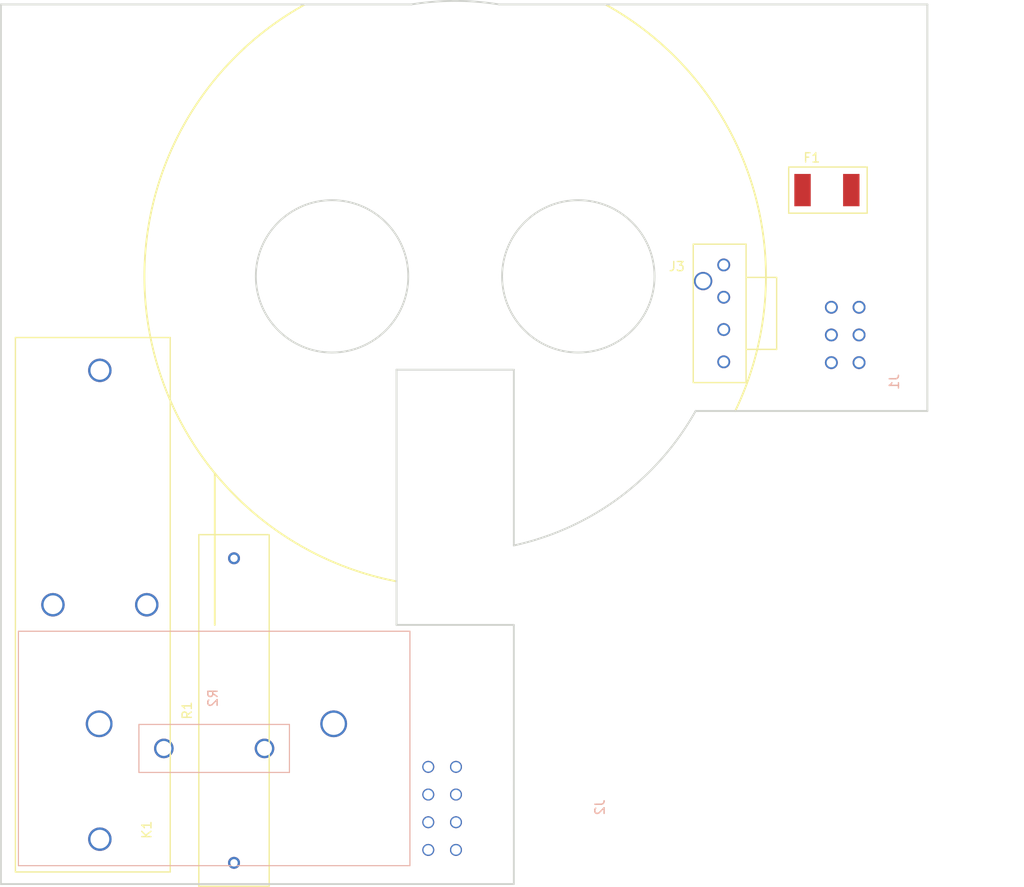
<source format=kicad_pcb>
(kicad_pcb (version 20171130) (host pcbnew 5.0.0-fee4fd1~66~ubuntu18.04.1)

  (general
    (thickness 1.6)
    (drawings 18)
    (tracks 0)
    (zones 0)
    (modules 7)
    (nets 24)
  )

  (page A4)
  (layers
    (0 F.Cu signal)
    (31 B.Cu signal)
    (32 B.Adhes user)
    (33 F.Adhes user)
    (34 B.Paste user)
    (35 F.Paste user)
    (36 B.SilkS user)
    (37 F.SilkS user)
    (38 B.Mask user)
    (39 F.Mask user)
    (40 Dwgs.User user)
    (41 Cmts.User user)
    (42 Eco1.User user)
    (43 Eco2.User user)
    (44 Edge.Cuts user)
    (45 Margin user)
    (46 B.CrtYd user)
    (47 F.CrtYd user)
    (48 B.Fab user)
    (49 F.Fab user)
  )

  (setup
    (last_trace_width 0.25)
    (trace_clearance 0.2)
    (zone_clearance 0.508)
    (zone_45_only no)
    (trace_min 0.2)
    (segment_width 0.15)
    (edge_width 0.15)
    (via_size 0.8)
    (via_drill 0.4)
    (via_min_size 0.4)
    (via_min_drill 0.3)
    (uvia_size 0.3)
    (uvia_drill 0.1)
    (uvias_allowed no)
    (uvia_min_size 0.2)
    (uvia_min_drill 0.1)
    (pcb_text_width 0.3)
    (pcb_text_size 1.5 1.5)
    (mod_edge_width 0.15)
    (mod_text_size 1 1)
    (mod_text_width 0.15)
    (pad_size 1.524 1.524)
    (pad_drill 0.762)
    (pad_to_mask_clearance 0.2)
    (aux_axis_origin 0 0)
    (visible_elements FFFFFF7F)
    (pcbplotparams
      (layerselection 0x010fc_ffffffff)
      (usegerberextensions false)
      (usegerberattributes false)
      (usegerberadvancedattributes false)
      (creategerberjobfile false)
      (excludeedgelayer true)
      (linewidth 0.100000)
      (plotframeref false)
      (viasonmask false)
      (mode 1)
      (useauxorigin false)
      (hpglpennumber 1)
      (hpglpenspeed 20)
      (hpglpendiameter 15.000000)
      (psnegative false)
      (psa4output false)
      (plotreference true)
      (plotvalue true)
      (plotinvisibletext false)
      (padsonsilk false)
      (subtractmaskfromsilk false)
      (outputformat 1)
      (mirror false)
      (drillshape 1)
      (scaleselection 1)
      (outputdirectory ""))
  )

  (net 0 "")
  (net 1 "Net-(K1-Pad1)")
  (net 2 "Net-(K1-Pad2)")
  (net 3 "Net-(K1-Pad4)")
  (net 4 "Net-(R1-Pad1)")
  (net 5 "Net-(R2-Pad1)")
  (net 6 "Net-(R2-Pad2)")
  (net 7 "Net-(F1-Pad2)")
  (net 8 "Net-(F1-Pad1)")
  (net 9 /AUX+)
  (net 10 /AUX-)
  (net 11 /Coil-)
  (net 12 /Coil+)
  (net 13 "Net-(K1-Pad3)")
  (net 14 /GND)
  (net 15 /Shutdown_In)
  (net 16 /E-Meter)
  (net 17 /TSMP+)
  (net 18 /CAN_Current_Sensor)
  (net 19 /BSPD_Current_Sensor)
  (net 20 /Discharge_TS+)
  (net 21 /AIL_TSAL+)
  (net 22 /TSAL+)
  (net 23 /Precharge+)

  (net_class Default "This is the default net class."
    (clearance 0.2)
    (trace_width 0.25)
    (via_dia 0.8)
    (via_drill 0.4)
    (uvia_dia 0.3)
    (uvia_drill 0.1)
    (add_net /AIL_TSAL+)
    (add_net /AUX+)
    (add_net /AUX-)
    (add_net /BSPD_Current_Sensor)
    (add_net /CAN_Current_Sensor)
    (add_net /Coil+)
    (add_net /Coil-)
    (add_net /Discharge_TS+)
    (add_net /E-Meter)
    (add_net /GND)
    (add_net /Precharge+)
    (add_net /Shutdown_In)
    (add_net /TSAL+)
    (add_net /TSMP+)
    (add_net "Net-(F1-Pad1)")
    (add_net "Net-(F1-Pad2)")
    (add_net "Net-(K1-Pad1)")
    (add_net "Net-(K1-Pad2)")
    (add_net "Net-(K1-Pad3)")
    (add_net "Net-(K1-Pad4)")
    (add_net "Net-(R1-Pad1)")
    (add_net "Net-(R2-Pad1)")
    (add_net "Net-(R2-Pad2)")
  )

  (module footprints:Fuse_1812 (layer F.Cu) (tedit 5A050C3C) (tstamp 5C7DF7D8)
    (at 251.333 53.213)
    (path /5C7DD862)
    (fp_text reference F1 (at 1 -3.5) (layer F.SilkS)
      (effects (font (size 1 1) (thickness 0.15)))
    )
    (fp_text value 200mA_Fuse (at 3 3.5) (layer F.Fab) hide
      (effects (font (size 1 1) (thickness 0.15)))
    )
    (fp_line (start -1.5 -2.5) (end 7 -2.5) (layer F.SilkS) (width 0.15))
    (fp_line (start 7 -2.5) (end 7 2.5) (layer F.SilkS) (width 0.15))
    (fp_line (start 7 2.5) (end -1.5 2.5) (layer F.SilkS) (width 0.15))
    (fp_line (start -1.5 2.5) (end -1.5 -2.5) (layer F.SilkS) (width 0.15))
    (pad 2 smd rect (at 5.28 0) (size 1.78 3.5) (layers F.Cu F.Paste F.Mask)
      (net 7 "Net-(F1-Pad2)"))
    (pad 1 smd rect (at 0 0) (size 1.78 3.5) (layers F.Cu F.Paste F.Mask)
      (net 8 "Net-(F1-Pad1)"))
    (model ${LOCAL_DIR}/OEM_Preferred_Parts/3DModels/C_1206_OEM/C_1206_OEM.wrl
      (offset (xyz 2.539999961853027 0 0))
      (scale (xyz 1.7 1.8 3.1))
      (rotate (xyz 0 0 0))
    )
  )

  (module footprints:Ultrafit_4 (layer F.Cu) (tedit 59F24F6F) (tstamp 5C7DF7ED)
    (at 242.7986 66.5734 180)
    (path /5C78B53D)
    (fp_text reference J3 (at 5.08 5.08 180) (layer F.SilkS)
      (effects (font (size 1 1) (thickness 0.15)))
    )
    (fp_text value UF_4_VT (at 4.572 0.508 270) (layer F.Fab) hide
      (effects (font (size 1 1) (thickness 0.15)))
    )
    (fp_line (start -5.588 -3.81) (end -2.54 -3.81) (layer F.Fab) (width 0.15))
    (fp_line (start -2.54 -3.81) (end -2.54 3.81) (layer F.Fab) (width 0.15))
    (fp_line (start -2.54 3.81) (end -5.588 3.81) (layer F.Fab) (width 0.15))
    (fp_line (start -5.588 3.81) (end -5.588 -3.81) (layer F.Fab) (width 0.15))
    (fp_text user "6.55mm Clearance" (at -4.07 0 270) (layer F.Fab)
      (effects (font (size 0.5 0.5) (thickness 0.08)))
    )
    (fp_line (start -2.42 -3.9) (end -5.73 -3.9) (layer F.SilkS) (width 0.15))
    (fp_line (start -5.73 -3.9) (end -5.73 3.9) (layer F.SilkS) (width 0.15))
    (fp_line (start -5.73 3.9) (end -2.42 3.9) (layer F.SilkS) (width 0.15))
    (fp_line (start -2.42 7.5) (end 3.302 7.5) (layer F.SilkS) (width 0.15))
    (fp_line (start -2.42 -7.5) (end 3.302 -7.5) (layer F.SilkS) (width 0.15))
    (fp_line (start -2.42 7.5) (end -2.42 -7.5) (layer F.SilkS) (width 0.15))
    (fp_line (start 3.302 7.5) (end 3.302 -7.5) (layer F.SilkS) (width 0.15))
    (pad 2 thru_hole circle (at 0 1.75 180) (size 1.397 1.397) (drill 1.02) (layers *.Cu *.Mask)
      (net 9 /AUX+))
    (pad 1 thru_hole circle (at 0 5.25 180) (size 1.397 1.397) (drill 1.02) (layers *.Cu *.Mask)
      (net 10 /AUX-))
    (pad "" thru_hole circle (at 2.23 3.5 180) (size 1.981 1.981) (drill 1.6) (layers *.Cu *.Mask))
    (pad 3 thru_hole circle (at 0 -1.75) (size 1.397 1.397) (drill 1.02) (layers *.Cu *.Mask)
      (net 11 /Coil-))
    (pad 4 thru_hole circle (at 0 -5.25) (size 1.397 1.397) (drill 1.02) (layers *.Cu *.Mask)
      (net 12 /Coil+))
  )

  (module footprints:D-Series_Cynergy_Relay (layer F.Cu) (tedit 5C788E94) (tstamp 5C7DF7F9)
    (at 175.2346 123.5456 90)
    (path /5C78CB7A)
    (fp_text reference K1 (at 1.016 5.08 90) (layer F.SilkS)
      (effects (font (size 1 1) (thickness 0.15)))
    )
    (fp_text value "DBR71210(NC)" (at 6.096 -7.112 90) (layer F.Fab)
      (effects (font (size 1 1) (thickness 0.15)))
    )
    (fp_line (start -3.556 -9.144) (end 54.356 -9.144) (layer F.SilkS) (width 0.15))
    (fp_line (start 54.356 -9.144) (end 54.356 7.62) (layer F.SilkS) (width 0.15))
    (fp_line (start 54.356 7.62) (end -3.556 7.62) (layer F.SilkS) (width 0.15))
    (fp_line (start -3.556 7.62) (end -3.556 -9.144) (layer F.SilkS) (width 0.15))
    (pad 1 thru_hole circle (at 0 0 90) (size 2.54 2.54) (drill 2.032) (layers *.Cu *.Mask)
      (net 1 "Net-(K1-Pad1)"))
    (pad 2 thru_hole circle (at 50.8 0 90) (size 2.54 2.54) (drill 2.032) (layers *.Cu *.Mask)
      (net 2 "Net-(K1-Pad2)"))
    (pad 3 thru_hole circle (at 25.4 -5.08 90) (size 2.54 2.54) (drill 2.032) (layers *.Cu *.Mask)
      (net 13 "Net-(K1-Pad3)"))
    (pad 4 thru_hole circle (at 25.4 5.08 90) (size 2.54 2.54) (drill 2.032) (layers *.Cu *.Mask)
      (net 3 "Net-(K1-Pad4)"))
    (model ${LOCAL_DIR}/OEM_Preferred_Parts/3DModels/Cynergy_Relay/D_Series_Cynergy_Relays.STEP
      (offset (xyz 25.39999961853027 7.619999885559082 9.524999856948853))
      (scale (xyz 1 1 1))
      (rotate (xyz 180 0 0))
    )
  )

  (module footprints:R_1K_HV (layer F.Cu) (tedit 59FE9F69) (tstamp 5C7DF807)
    (at 189.7634 126.111 90)
    (descr "Resistor, Radial_Power series, Radial, pin pitch=5.00mm, 2W, length*width=11*7mm^2, http://www.vishay.com/docs/30218/cpcx.pdf")
    (tags "Resistor Radial_Power series Radial pin pitch 5.00mm 2W length 11mm width 7mm")
    (path /5C5F1DA5)
    (fp_text reference R1 (at 16.51 -5.08 90) (layer F.SilkS)
      (effects (font (size 1 1) (thickness 0.15)))
    )
    (fp_text value R_10K_HV (at 5.08 5.08 90) (layer F.Fab) hide
      (effects (font (size 1 1) (thickness 0.15)))
    )
    (fp_line (start -2.54 3.81) (end -2.54 -3.81) (layer F.Fab) (width 0.15))
    (fp_line (start -2.54 -3.81) (end 35.56 -3.81) (layer F.Fab) (width 0.15))
    (fp_line (start 35.56 -3.81) (end 35.56 3.81) (layer F.Fab) (width 0.15))
    (fp_line (start 35.56 3.81) (end -2.54 3.81) (layer F.Fab) (width 0.15))
    (fp_line (start 35.56 3.81) (end -2.54 3.81) (layer F.SilkS) (width 0.15))
    (fp_line (start -2.54 -3.81) (end 35.56 -3.81) (layer F.SilkS) (width 0.15))
    (fp_line (start -2.54 -3.81) (end -2.54 3.69) (layer F.SilkS) (width 0.15))
    (fp_line (start 35.56 -3.81) (end 35.56 3.69) (layer F.SilkS) (width 0.15))
    (pad 1 thru_hole circle (at 0 0 90) (size 1.3 1.3) (drill 0.8) (layers *.Cu *.Mask)
      (net 4 "Net-(R1-Pad1)"))
    (pad 1 thru_hole circle (at 33 0 90) (size 1.3 1.3) (drill 0.8) (layers *.Cu *.Mask)
      (net 4 "Net-(R1-Pad1)"))
    (model ${LOCAL_DIR}/OEM_Preferred_Parts/3DModels/R_10K_HV/part_sp.wrl
      (at (xyz 0 0 0))
      (scale (xyz 1 1 1))
      (rotate (xyz 0 0 0))
    )
  )

  (module footprints:R_3k_HS_TO247 (layer B.Cu) (tedit 5AA20B8D) (tstamp 5C7DF827)
    (at 193.0654 113.7158 180)
    (descr "Resistor, Radial_Power series, Radial, pin pitch=5.00mm, 2W, length*width=11*7mm^2, http://www.vishay.com/docs/30218/cpcx.pdf")
    (tags "Resistor Radial_Power series Radial pin pitch 5.00mm 2W length 11mm width 7mm")
    (path /5C5F1C78)
    (fp_text reference R2 (at 5.588 5.461 90) (layer B.SilkS)
      (effects (font (size 1 1) (thickness 0.15)) (justify mirror))
    )
    (fp_text value R_3K_HS (at 5.08 -5.08 180) (layer B.Fab) hide
      (effects (font (size 1 1) (thickness 0.15)) (justify mirror))
    )
    (fp_line (start -2.55 -2.4) (end -2.55 2.4) (layer B.Fab) (width 0.1))
    (fp_line (start -2.55 -2.4) (end 13.45 -2.4) (layer B.Fab) (width 0.1))
    (fp_line (start 13.45 -2.4) (end 13.45 2.4) (layer B.Fab) (width 0.1))
    (fp_line (start -2.55 2.4) (end 13.45 2.4) (layer B.Fab) (width 0.1))
    (fp_line (start -2.7 2.6) (end 13.6 2.6) (layer B.SilkS) (width 0.12))
    (fp_line (start -15.75 12.7) (end 26.65 12.7) (layer B.SilkS) (width 0.12))
    (fp_line (start -2.7 2.6) (end -2.7 -2.6) (layer B.SilkS) (width 0.12))
    (fp_line (start 13.6 2.6) (end 13.6 -2.6) (layer B.SilkS) (width 0.12))
    (fp_line (start -2.8 2.7) (end -2.8 -2.7) (layer B.CrtYd) (width 0.05))
    (fp_line (start 13.7 -2.7) (end -2.8 -2.7) (layer B.CrtYd) (width 0.05))
    (fp_line (start 13.7 -2.7) (end 13.7 2.7) (layer B.CrtYd) (width 0.05))
    (fp_line (start -2.8 2.7) (end 13.7 2.7) (layer B.CrtYd) (width 0.05))
    (fp_line (start -15.55 -12.5) (end 26.45 -12.5) (layer B.Fab) (width 0.1))
    (fp_line (start -15.55 12.5) (end 26.45 12.5) (layer B.Fab) (width 0.1))
    (fp_line (start -15.55 -12.5) (end -15.55 12.5) (layer B.Fab) (width 0.1))
    (fp_line (start 26.45 -12.5) (end 26.45 12.5) (layer B.Fab) (width 0.1))
    (fp_line (start -2.7 -2.6) (end 13.6 -2.6) (layer B.SilkS) (width 0.12))
    (fp_line (start -15.75 -12.7) (end 26.65 -12.7) (layer B.SilkS) (width 0.12))
    (fp_line (start 26.65 -12.7) (end 26.65 12.7) (layer B.SilkS) (width 0.12))
    (fp_line (start -15.75 -12.7) (end -15.75 12.7) (layer B.SilkS) (width 0.12))
    (fp_line (start -15.85 -12.8) (end 26.75 -12.8) (layer B.CrtYd) (width 0.05))
    (fp_line (start -15.85 12.8) (end 26.75 12.8) (layer B.CrtYd) (width 0.05))
    (fp_line (start -15.85 12.8) (end -15.85 -12.8) (layer B.CrtYd) (width 0.05))
    (fp_line (start 26.75 -12.8) (end 26.75 12.8) (layer B.CrtYd) (width 0.05))
    (pad 1 thru_hole circle (at 0 0 180) (size 2.12 2.12) (drill 1.62) (layers *.Cu *.Mask)
      (net 5 "Net-(R2-Pad1)"))
    (pad 2 thru_hole circle (at 10.9 0 180) (size 2.12 2.12) (drill 1.62) (layers *.Cu *.Mask)
      (net 6 "Net-(R2-Pad2)"))
    (pad 4 thru_hole circle (at -7.493 2.67 180) (size 2.9 2.9) (drill 2.4) (layers *.Cu *.Mask))
    (pad 5 thru_hole circle (at 17.907 2.67 180) (size 2.9 2.9) (drill 2.4) (layers *.Cu *.Mask))
    (model ${LOCAL_DIR}/OEM_Preferred_Parts/3DModels/R_3K_heatsink/RA-T2X-51E_sp001_sp.step
      (at (xyz 0 0 0))
      (scale (xyz 1 1 1))
      (rotate (xyz 0 0 0))
    )
  )

  (module footprints:MicroFit_RA_06 (layer B.Cu) (tedit 5C789678) (tstamp 5C7E1EE0)
    (at 261.7744 68.9102 90)
    (path /5C77FD41)
    (fp_text reference J1 (at -5.08 -0.508 270) (layer B.SilkS)
      (effects (font (size 1 1) (thickness 0.15)) (justify mirror))
    )
    (fp_text value MicroFit_RA_06 (at -5.588 12.7 90) (layer B.Fab)
      (effects (font (size 1 1) (thickness 0.15)) (justify mirror))
    )
    (pad "" np_thru_hole circle (at 0 0 270) (size 3 3) (drill 3) (layers *.Cu *.Mask))
    (pad 1 thru_hole circle (at -3 -4.32 270) (size 1.4 1.4) (drill 1.02) (layers *.Cu *.Mask)
      (net 14 /GND))
    (pad 2 thru_hole circle (at 0 -4.32 270) (size 1.4 1.4) (drill 1.02) (layers *.Cu *.Mask)
      (net 15 /Shutdown_In))
    (pad 3 thru_hole circle (at 3 -4.32 270) (size 1.4 1.4) (drill 1.02) (layers *.Cu *.Mask)
      (net 10 /AUX-))
    (pad 4 thru_hole circle (at -3 -7.32 270) (size 1.4 1.4) (drill 1.02) (layers *.Cu *.Mask)
      (net 9 /AUX+))
    (pad 5 thru_hole circle (at 0 -7.32 270) (size 1.4 1.4) (drill 1.02) (layers *.Cu *.Mask)
      (net 11 /Coil-))
    (pad 6 thru_hole circle (at 3 -7.32 270) (size 1.4 1.4) (drill 1.02) (layers *.Cu *.Mask)
      (net 12 /Coil+))
    (model ${LOCAL_DIR}/OEM_Preferred_Parts/3DModels/MicroFit-6-RA/MF_RA_06.stp
      (offset (xyz 0 -0.3809999942779541 3.174999952316284))
      (scale (xyz 1 1 1))
      (rotate (xyz -90 0 180))
    )
  )

  (module footprints:MicroFit_RA_08 (layer B.Cu) (tedit 5C7896CB) (tstamp 5C7E1EEE)
    (at 218.2114 120.0912 90)
    (path /5C7903ED)
    (fp_text reference J2 (at 0 11.176 90) (layer B.SilkS)
      (effects (font (size 1 1) (thickness 0.15)) (justify mirror))
    )
    (fp_text value MicroFit_RA_08 (at 0 9.144 90) (layer B.Fab)
      (effects (font (size 1 1) (thickness 0.15)) (justify mirror))
    )
    (pad "" np_thru_hole circle (at -2.470494 -0.089172 270) (size 3 3) (drill 3) (layers *.Cu *.Mask))
    (pad "" np_thru_hole circle (at 2.229506 -0.089172 270) (size 3 3) (drill 3) (layers *.Cu *.Mask))
    (pad 1 thru_hole circle (at -4.620494 -4.409172 270) (size 1.3 1.3) (drill 1.02) (layers *.Cu *.Mask)
      (net 16 /E-Meter))
    (pad 6 thru_hole circle (at -1.620494 -7.409172 270) (size 1.3 1.3) (drill 1.02) (layers *.Cu *.Mask)
      (net 17 /TSMP+))
    (pad 3 thru_hole circle (at 1.379506 -4.409172 270) (size 1.3 1.3) (drill 1.02) (layers *.Cu *.Mask)
      (net 18 /CAN_Current_Sensor))
    (pad 4 thru_hole circle (at 4.379506 -4.409172 270) (size 1.3 1.3) (drill 1.02) (layers *.Cu *.Mask)
      (net 19 /BSPD_Current_Sensor))
    (pad 7 thru_hole circle (at 1.379506 -7.409172 270) (size 1.3 1.3) (drill 1.02) (layers *.Cu *.Mask)
      (net 20 /Discharge_TS+))
    (pad 5 thru_hole circle (at -4.620494 -7.409172 270) (size 1.3 1.3) (drill 1.02) (layers *.Cu *.Mask)
      (net 21 /AIL_TSAL+))
    (pad 2 thru_hole circle (at -1.620494 -4.409172 270) (size 1.3 1.3) (drill 1.02) (layers *.Cu *.Mask)
      (net 22 /TSAL+))
    (pad 8 thru_hole circle (at 4.379506 -7.409172 270) (size 1.3 1.3) (drill 1.02) (layers *.Cu *.Mask)
      (net 23 /Precharge+))
    (model ${LOCAL_DIR}/OEM_Preferred_Parts/3DModels/MicroFit-8-RA/MF-08-RA.stp
      (offset (xyz 0 -0.5079999923706054 4.317999935150147))
      (scale (xyz 1 1 1))
      (rotate (xyz -90 0 -180))
    )
  )

  (gr_line (start 239.7506 77.151389) (end 264.850646 77.151389) (layer Edge.Cuts) (width 0.2))
  (gr_line (start 187.6806 100.33) (end 187.6806 83.887127) (layer F.SilkS) (width 0.2))
  (gr_line (start 220.0656 100.33) (end 207.3656 100.33) (layer Edge.Cuts) (width 0.2))
  (gr_line (start 220.0656 128.4097) (end 220.0656 100.33) (layer Edge.Cuts) (width 0.2))
  (gr_line (start 264.850646 33.0962) (end 264.850646 77.151389) (layer Edge.Cuts) (width 0.2))
  (gr_arc (start 213.7156 62.5602) (end 244.043083 77.151389) (angle -86.8) (layer F.SilkS) (width 0.2))
  (gr_line (start 164.520646 33.0962) (end 164.520646 128.4097) (layer Edge.Cuts) (width 0.2))
  (gr_circle (center 227.0506 62.5602) (end 235.3056 62.5602) (layer Edge.Cuts) (width 0.2))
  (gr_line (start 218.469201 33.0962) (end 264.850646 33.0962) (layer Edge.Cuts) (width 0.2))
  (gr_arc (start 213.7156 62.5602) (end 220.0656 91.721845) (angle -48.44726782) (layer Edge.Cuts) (width 0.2))
  (gr_line (start 220.0656 72.671845) (end 220.0656 91.721845) (layer Edge.Cuts) (width 0.2))
  (gr_arc (start 213.7156 62.5602) (end 197.451168 33.0962) (angle -140.2) (layer F.SilkS) (width 0.2))
  (gr_line (start 207.3656 72.671845) (end 207.3656 100.33) (layer Edge.Cuts) (width 0.2))
  (gr_line (start 164.520646 128.4097) (end 220.0656 128.4097) (layer Edge.Cuts) (width 0.2))
  (gr_arc (start 213.7156 62.5602) (end 218.469201 33.0962) (angle -18.32978718) (layer Edge.Cuts) (width 0.2))
  (gr_line (start 207.3656 72.671845) (end 220.0656 72.671845) (layer Edge.Cuts) (width 0.2))
  (gr_line (start 164.520646 33.0962) (end 208.961998 33.0962) (layer Edge.Cuts) (width 0.2))
  (gr_circle (center 200.3806 62.5602) (end 208.6356 62.5602) (layer Edge.Cuts) (width 0.2))

)

</source>
